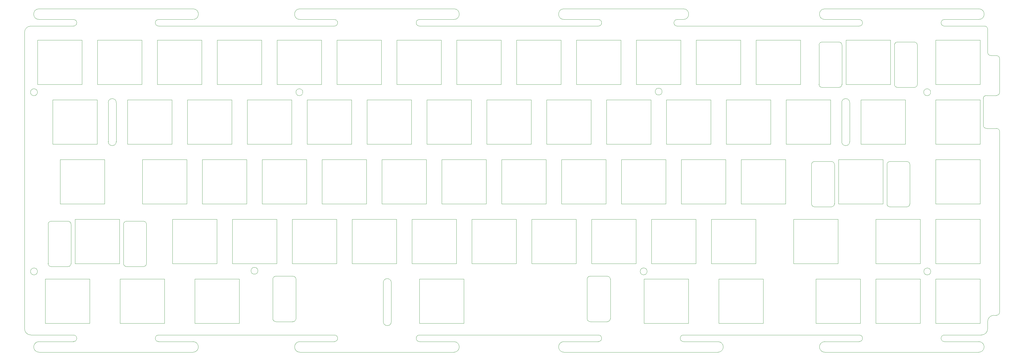
<source format=gbr>
%TF.GenerationSoftware,KiCad,Pcbnew,(5.1.10)-1*%
%TF.CreationDate,2021-06-23T23:02:47+07:00*%
%TF.ProjectId,Voice65 FR4 Plate,566f6963-6536-4352-9046-523420506c61,rev?*%
%TF.SameCoordinates,Original*%
%TF.FileFunction,Profile,NP*%
%FSLAX46Y46*%
G04 Gerber Fmt 4.6, Leading zero omitted, Abs format (unit mm)*
G04 Created by KiCad (PCBNEW (5.1.10)-1) date 2021-06-23 23:02:47*
%MOMM*%
%LPD*%
G01*
G04 APERTURE LIST*
%TA.AperFunction,Profile*%
%ADD10C,0.100000*%
%TD*%
G04 APERTURE END LIST*
D10*
X-36680838Y-85433219D02*
X-50820838Y-85433219D01*
X-36680838Y-71293219D02*
X-36680838Y-85433219D01*
X-50820838Y-71293219D02*
X-36680838Y-71293219D01*
X-50820838Y-85433219D02*
X-50820838Y-71293219D01*
X-12868338Y-85433219D02*
X-27008338Y-85433219D01*
X-12868338Y-71293219D02*
X-12868338Y-85433219D01*
X-27008338Y-71293219D02*
X-12868338Y-71293219D01*
X-27008338Y-85433219D02*
X-27008338Y-71293219D01*
X10944161Y-85433219D02*
X-3195838Y-85433219D01*
X10944161Y-71293219D02*
X10944161Y-85433219D01*
X-3195838Y-71293219D02*
X10944161Y-71293219D01*
X-3195838Y-85433219D02*
X-3195838Y-71293219D01*
X82381661Y-85433219D02*
X68241661Y-85433219D01*
X82381661Y-71293219D02*
X82381661Y-85433219D01*
X68241661Y-71293219D02*
X82381661Y-71293219D01*
X68241661Y-85433219D02*
X68241661Y-71293219D01*
X153819161Y-85433219D02*
X139679161Y-85433219D01*
X153819161Y-71293219D02*
X153819161Y-85433219D01*
X139679161Y-71293219D02*
X153819161Y-71293219D01*
X139679161Y-85433219D02*
X139679161Y-71293219D01*
X163491661Y-85433219D02*
X163491661Y-71293219D01*
X177631661Y-85433219D02*
X163491661Y-85433219D01*
X177631661Y-71293219D02*
X177631661Y-85433219D01*
X163491661Y-71293219D02*
X177631661Y-71293219D01*
X194447911Y-71293219D02*
X208587911Y-71293219D01*
X194447911Y-85433219D02*
X194447911Y-71293219D01*
X208587911Y-85433219D02*
X194447911Y-85433219D01*
X208587911Y-71293219D02*
X208587911Y-85433219D01*
X213497911Y-85433219D02*
X213497911Y-71293219D01*
X227637911Y-85433219D02*
X213497911Y-85433219D01*
X227637911Y-71293219D02*
X227637911Y-85433219D01*
X213497911Y-71293219D02*
X227637911Y-71293219D01*
X232547911Y-85433219D02*
X232547911Y-71293219D01*
X246687911Y-85433219D02*
X232547911Y-85433219D01*
X246687911Y-71293219D02*
X246687911Y-85433219D01*
X232547911Y-71293219D02*
X246687911Y-71293219D01*
X213497911Y-52243219D02*
X227637911Y-52243219D01*
X213497911Y-66383219D02*
X213497911Y-52243219D01*
X227637911Y-66383219D02*
X213497911Y-66383219D01*
X227637911Y-52243219D02*
X227637911Y-66383219D01*
X232547911Y-66383219D02*
X232547911Y-52243219D01*
X246687911Y-66383219D02*
X232547911Y-66383219D01*
X246687911Y-52243219D02*
X246687911Y-66383219D01*
X232547911Y-52243219D02*
X246687911Y-52243219D01*
X142060411Y-66383219D02*
X142060411Y-52243219D01*
X156200411Y-66383219D02*
X142060411Y-66383219D01*
X156200411Y-52243219D02*
X156200411Y-66383219D01*
X142060411Y-52243219D02*
X156200411Y-52243219D01*
X161110411Y-66383219D02*
X161110411Y-52243219D01*
X175250411Y-66383219D02*
X161110411Y-66383219D01*
X175250411Y-52243219D02*
X175250411Y-66383219D01*
X161110411Y-52243219D02*
X175250411Y-52243219D01*
X65860411Y-66383219D02*
X65860411Y-52243219D01*
X80000411Y-66383219D02*
X65860411Y-66383219D01*
X80000411Y-52243219D02*
X80000411Y-66383219D01*
X65860411Y-52243219D02*
X80000411Y-52243219D01*
X84910411Y-66383219D02*
X84910411Y-52243219D01*
X99050411Y-66383219D02*
X84910411Y-66383219D01*
X99050411Y-52243219D02*
X99050411Y-66383219D01*
X84910411Y-52243219D02*
X99050411Y-52243219D01*
X103960411Y-66383219D02*
X103960411Y-52243219D01*
X118100411Y-66383219D02*
X103960411Y-66383219D01*
X118100411Y-52243219D02*
X118100411Y-66383219D01*
X103960411Y-52243219D02*
X118100411Y-52243219D01*
X123010411Y-66383219D02*
X123010411Y-52243219D01*
X137150411Y-66383219D02*
X123010411Y-66383219D01*
X137150411Y-52243219D02*
X137150411Y-66383219D01*
X123010411Y-52243219D02*
X137150411Y-52243219D01*
X46810411Y-52243219D02*
X60950411Y-52243219D01*
X46810411Y-66383219D02*
X46810411Y-52243219D01*
X60950411Y-66383219D02*
X46810411Y-66383219D01*
X60950411Y-52243219D02*
X60950411Y-66383219D01*
X27760411Y-66383219D02*
X27760411Y-52243219D01*
X41900411Y-66383219D02*
X27760411Y-66383219D01*
X41900411Y-52243219D02*
X41900411Y-66383219D01*
X27760411Y-52243219D02*
X41900411Y-52243219D01*
X22850411Y-66383219D02*
X8710411Y-66383219D01*
X22850411Y-52243219D02*
X22850411Y-66383219D01*
X8710411Y-52243219D02*
X22850411Y-52243219D01*
X8710411Y-66383219D02*
X8710411Y-52243219D01*
X187304161Y-66383219D02*
X187304161Y-52243219D01*
X201444161Y-66383219D02*
X187304161Y-66383219D01*
X201444161Y-52243219D02*
X201444161Y-66383219D01*
X187304161Y-52243219D02*
X201444161Y-52243219D01*
X3800411Y-52243219D02*
X3800411Y-66383219D01*
X-10339588Y-52243219D02*
X3800411Y-52243219D01*
X-10339588Y-66383219D02*
X-10339588Y-52243219D01*
X3800411Y-66383219D02*
X-10339588Y-66383219D01*
X-27155838Y-52243219D02*
X-27155838Y-66383219D01*
X-41295838Y-52243219D02*
X-27155838Y-52243219D01*
X-41295838Y-66383219D02*
X-41295838Y-52243219D01*
X-27155838Y-66383219D02*
X-41295838Y-66383219D01*
X215731661Y-33193219D02*
X215731661Y-47333219D01*
X201591661Y-33193219D02*
X215731661Y-33193219D01*
X201591661Y-47333219D02*
X201591661Y-33193219D01*
X215731661Y-47333219D02*
X201591661Y-47333219D01*
X232547911Y-47333219D02*
X232547911Y-33193219D01*
X246687911Y-47333219D02*
X232547911Y-47333219D01*
X246687911Y-33193219D02*
X246687911Y-47333219D01*
X232547911Y-33193219D02*
X246687911Y-33193219D01*
X146675411Y-33193219D02*
X146675411Y-47333219D01*
X132535411Y-33193219D02*
X146675411Y-33193219D01*
X132535411Y-47333219D02*
X132535411Y-33193219D01*
X146675411Y-47333219D02*
X132535411Y-47333219D01*
X165725411Y-33193219D02*
X165725411Y-47333219D01*
X151585411Y-33193219D02*
X165725411Y-33193219D01*
X151585411Y-47333219D02*
X151585411Y-33193219D01*
X165725411Y-47333219D02*
X151585411Y-47333219D01*
X184775411Y-33193219D02*
X184775411Y-47333219D01*
X170635411Y-33193219D02*
X184775411Y-33193219D01*
X170635411Y-47333219D02*
X170635411Y-33193219D01*
X184775411Y-47333219D02*
X170635411Y-47333219D01*
X70475411Y-33193219D02*
X70475411Y-47333219D01*
X56335411Y-33193219D02*
X70475411Y-33193219D01*
X56335411Y-47333219D02*
X56335411Y-33193219D01*
X70475411Y-47333219D02*
X56335411Y-47333219D01*
X89525411Y-33193219D02*
X89525411Y-47333219D01*
X75385411Y-33193219D02*
X89525411Y-33193219D01*
X75385411Y-47333219D02*
X75385411Y-33193219D01*
X89525411Y-47333219D02*
X75385411Y-47333219D01*
X108575411Y-33193219D02*
X108575411Y-47333219D01*
X94435411Y-33193219D02*
X108575411Y-33193219D01*
X94435411Y-47333219D02*
X94435411Y-33193219D01*
X108575411Y-47333219D02*
X94435411Y-47333219D01*
X127625411Y-33193219D02*
X127625411Y-47333219D01*
X113485411Y-33193219D02*
X127625411Y-33193219D01*
X113485411Y-47333219D02*
X113485411Y-33193219D01*
X127625411Y-47333219D02*
X113485411Y-47333219D01*
X37285411Y-47333219D02*
X37285411Y-33193219D01*
X51425411Y-47333219D02*
X37285411Y-47333219D01*
X51425411Y-33193219D02*
X51425411Y-47333219D01*
X37285411Y-33193219D02*
X51425411Y-33193219D01*
X18235411Y-47333219D02*
X18235411Y-33193219D01*
X32375411Y-47333219D02*
X18235411Y-47333219D01*
X32375411Y-33193219D02*
X32375411Y-47333219D01*
X18235411Y-33193219D02*
X32375411Y-33193219D01*
X13325411Y-33193219D02*
X13325411Y-47333219D01*
X-814588Y-33193219D02*
X13325411Y-33193219D01*
X-814588Y-47333219D02*
X-814588Y-33193219D01*
X13325411Y-47333219D02*
X-814588Y-47333219D01*
X-5724588Y-33193219D02*
X-5724588Y-47333219D01*
X-19864588Y-33193219D02*
X-5724588Y-33193219D01*
X-19864588Y-47333219D02*
X-19864588Y-33193219D01*
X-5724588Y-47333219D02*
X-19864588Y-47333219D01*
X-31918338Y-33193219D02*
X-31918338Y-47333219D01*
X-46058338Y-33193219D02*
X-31918338Y-33193219D01*
X-46058338Y-47333219D02*
X-46058338Y-33193219D01*
X-31918338Y-47333219D02*
X-46058338Y-47333219D01*
X232547911Y-28283219D02*
X232547911Y-14143219D01*
X246687911Y-28283219D02*
X232547911Y-28283219D01*
X246687911Y-14143219D02*
X246687911Y-28283219D01*
X232547911Y-14143219D02*
X246687911Y-14143219D01*
X208735411Y-28283219D02*
X208735411Y-14143219D01*
X222875411Y-28283219D02*
X208735411Y-28283219D01*
X222875411Y-14143219D02*
X222875411Y-28283219D01*
X208735411Y-14143219D02*
X222875411Y-14143219D01*
X184922911Y-28283219D02*
X184922911Y-14143219D01*
X199062911Y-28283219D02*
X184922911Y-28283219D01*
X199062911Y-14143219D02*
X199062911Y-28283219D01*
X184922911Y-14143219D02*
X199062911Y-14143219D01*
X165872911Y-28283219D02*
X165872911Y-14143219D01*
X180012911Y-28283219D02*
X165872911Y-28283219D01*
X180012911Y-14143219D02*
X180012911Y-28283219D01*
X165872911Y-14143219D02*
X180012911Y-14143219D01*
X146822911Y-28283219D02*
X146822911Y-14143219D01*
X160962911Y-28283219D02*
X146822911Y-28283219D01*
X160962911Y-14143219D02*
X160962911Y-28283219D01*
X146822911Y-14143219D02*
X160962911Y-14143219D01*
X127772911Y-28283219D02*
X127772911Y-14143219D01*
X141912911Y-28283219D02*
X127772911Y-28283219D01*
X141912911Y-14143219D02*
X141912911Y-28283219D01*
X127772911Y-14143219D02*
X141912911Y-14143219D01*
X108722911Y-28283219D02*
X108722911Y-14143219D01*
X122862911Y-28283219D02*
X108722911Y-28283219D01*
X122862911Y-14143219D02*
X122862911Y-28283219D01*
X108722911Y-14143219D02*
X122862911Y-14143219D01*
X89672911Y-28283219D02*
X89672911Y-14143219D01*
X103812911Y-28283219D02*
X89672911Y-28283219D01*
X103812911Y-14143219D02*
X103812911Y-28283219D01*
X89672911Y-14143219D02*
X103812911Y-14143219D01*
X70622911Y-28283219D02*
X70622911Y-14143219D01*
X84762911Y-28283219D02*
X70622911Y-28283219D01*
X84762911Y-14143219D02*
X84762911Y-28283219D01*
X70622911Y-14143219D02*
X84762911Y-14143219D01*
X51572911Y-28283219D02*
X51572911Y-14143219D01*
X65712911Y-28283219D02*
X51572911Y-28283219D01*
X65712911Y-14143219D02*
X65712911Y-28283219D01*
X51572911Y-14143219D02*
X65712911Y-14143219D01*
X32522911Y-28283219D02*
X32522911Y-14143219D01*
X46662911Y-28283219D02*
X32522911Y-28283219D01*
X46662911Y-14143219D02*
X46662911Y-28283219D01*
X32522911Y-14143219D02*
X46662911Y-14143219D01*
X13472911Y-28283219D02*
X13472911Y-14143219D01*
X27612911Y-28283219D02*
X13472911Y-28283219D01*
X27612911Y-14143219D02*
X27612911Y-28283219D01*
X13472911Y-14143219D02*
X27612911Y-14143219D01*
X-5577088Y-28283219D02*
X-5577088Y-14143219D01*
X8562911Y-28283219D02*
X-5577088Y-28283219D01*
X8562911Y-14143219D02*
X8562911Y-28283219D01*
X-5577088Y-14143219D02*
X8562911Y-14143219D01*
X-24627088Y-28283219D02*
X-24627088Y-14143219D01*
X-10487088Y-28283219D02*
X-24627088Y-28283219D01*
X-10487088Y-14143219D02*
X-10487088Y-28283219D01*
X-24627088Y-14143219D02*
X-10487088Y-14143219D01*
X-34299588Y-14143219D02*
X-34299588Y-28283219D01*
X-48439588Y-14143219D02*
X-34299588Y-14143219D01*
X-48439588Y-28283219D02*
X-48439588Y-14143219D01*
X-34299588Y-28283219D02*
X-48439588Y-28283219D01*
X246687911Y-9233219D02*
X232547911Y-9233219D01*
X246687911Y4906780D02*
X246687911Y-9233219D01*
X232547911Y4906780D02*
X246687911Y4906780D01*
X232547911Y-9233219D02*
X232547911Y4906780D01*
X189537911Y-9233219D02*
X175397911Y-9233219D01*
X189537911Y4906780D02*
X189537911Y-9233219D01*
X175397911Y4906780D02*
X189537911Y4906780D01*
X175397911Y-9233219D02*
X175397911Y4906780D01*
X218112911Y4906780D02*
X218112911Y-9233219D01*
X203972911Y4906780D02*
X218112911Y4906780D01*
X203972911Y-9233219D02*
X203972911Y4906780D01*
X218112911Y-9233219D02*
X203972911Y-9233219D01*
X156347911Y-9233219D02*
X156347911Y4906780D01*
X170487911Y-9233219D02*
X156347911Y-9233219D01*
X170487911Y4906780D02*
X170487911Y-9233219D01*
X156347911Y4906780D02*
X170487911Y4906780D01*
X137297911Y-9233219D02*
X137297911Y4906780D01*
X151437911Y-9233219D02*
X137297911Y-9233219D01*
X151437911Y4906780D02*
X151437911Y-9233219D01*
X137297911Y4906780D02*
X151437911Y4906780D01*
X118247911Y-9233219D02*
X118247911Y4906780D01*
X132387911Y-9233219D02*
X118247911Y-9233219D01*
X132387911Y4906780D02*
X132387911Y-9233219D01*
X118247911Y4906780D02*
X132387911Y4906780D01*
X99197911Y-9233219D02*
X99197911Y4906780D01*
X113337911Y-9233219D02*
X99197911Y-9233219D01*
X113337911Y4906780D02*
X113337911Y-9233219D01*
X99197911Y4906780D02*
X113337911Y4906780D01*
X80147911Y-9233219D02*
X80147911Y4906780D01*
X94287911Y-9233219D02*
X80147911Y-9233219D01*
X94287911Y4906780D02*
X94287911Y-9233219D01*
X80147911Y4906780D02*
X94287911Y4906780D01*
X61097911Y-9233219D02*
X61097911Y4906780D01*
X75237911Y-9233219D02*
X61097911Y-9233219D01*
X75237911Y4906780D02*
X75237911Y-9233219D01*
X61097911Y4906780D02*
X75237911Y4906780D01*
X42047911Y-9233219D02*
X42047911Y4906780D01*
X56187911Y-9233219D02*
X42047911Y-9233219D01*
X56187911Y4906780D02*
X56187911Y-9233219D01*
X42047911Y4906780D02*
X56187911Y4906780D01*
X22997911Y-9233219D02*
X22997911Y4906780D01*
X37137911Y-9233219D02*
X22997911Y-9233219D01*
X37137911Y4906780D02*
X37137911Y-9233219D01*
X22997911Y4906780D02*
X37137911Y4906780D01*
X3947911Y-9233219D02*
X3947911Y4906780D01*
X18087911Y-9233219D02*
X3947911Y-9233219D01*
X18087911Y4906780D02*
X18087911Y-9233219D01*
X3947911Y4906780D02*
X18087911Y4906780D01*
X-15102088Y-9233219D02*
X-15102088Y4906780D01*
X-962088Y-9233219D02*
X-15102088Y-9233219D01*
X-962088Y4906780D02*
X-962088Y-9233219D01*
X-15102088Y4906780D02*
X-962088Y4906780D01*
X-34152088Y-9233219D02*
X-34152088Y4906780D01*
X-20012088Y-9233219D02*
X-34152088Y-9233219D01*
X-20012088Y4906780D02*
X-20012088Y-9233219D01*
X-34152088Y4906780D02*
X-20012088Y4906780D01*
X-39062088Y-9233219D02*
X-53202088Y-9233219D01*
X-39062088Y4906780D02*
X-39062088Y-9233219D01*
X-53202088Y4906780D02*
X-39062088Y4906780D01*
X-53202088Y-9233219D02*
X-53202088Y4906780D01*
X114240911Y14916780D02*
X152240911Y14916780D01*
X152240911Y14916780D02*
G75*
G02*
X152240911Y11516910I0J-1699935D01*
G01*
X150240911Y9416910D02*
G75*
G02*
X150240911Y11516910I51250J1050000D01*
G01*
X152240911Y11516910D02*
X150240911Y11516910D01*
X208240911Y-89122339D02*
G75*
G02*
X208240911Y-91222339I-51250J-1050000D01*
G01*
X246242374Y-91222846D02*
G75*
G02*
X246242372Y-94622712I2537J-1699933D01*
G01*
X249054911Y-84823219D02*
G75*
G02*
X251054911Y-82823219I2000000J0D01*
G01*
X230955411Y-68853219D02*
G75*
G03*
X230955411Y-68853219I-1100000J0D01*
G01*
X249054911Y-87123219D02*
G75*
G02*
X247054911Y-89123219I-2000000J0D01*
G01*
X114243449Y-91222339D02*
X125240911Y-91222339D01*
X125240911Y11516910D02*
G75*
G02*
X125240911Y9416910I-51250J-1050000D01*
G01*
X114240911Y11516910D02*
G75*
G02*
X114240911Y14916780I0J1699935D01*
G01*
X152240911Y-91222339D02*
X163238372Y-91222339D01*
X114240911Y-94623219D02*
X163240911Y-94623219D01*
X145472911Y-11483219D02*
G75*
G03*
X145472911Y-11483219I-1100000J0D01*
G01*
X125240911Y11516910D02*
X114240911Y11516910D01*
X152240911Y-91222339D02*
G75*
G02*
X152240911Y-89122339I51250J1050000D01*
G01*
X163238374Y-91222846D02*
G75*
G02*
X163238372Y-94622712I2537J-1699933D01*
G01*
X125240911Y-89122339D02*
G75*
G02*
X125240911Y-91222339I-51250J-1050000D01*
G01*
X-52759088Y-94623219D02*
X-3759088Y-94623219D01*
X114243449Y-94622712D02*
G75*
G02*
X114243449Y-91222846I-2538J1699933D01*
G01*
X-52756550Y-91222339D02*
X-41759088Y-91222339D01*
X-53264588Y-68853219D02*
G75*
G03*
X-53264588Y-68853219I-1100000J0D01*
G01*
X-52756550Y-94622712D02*
G75*
G02*
X-52756550Y-91222846I-2538J1699933D01*
G01*
X-14759088Y-89122339D02*
X41240911Y-89122339D01*
X-57369088Y7416910D02*
X-57369088Y-87122339D01*
X-55369088Y-89122339D02*
G75*
G02*
X-57369088Y-87122339I0J2000000D01*
G01*
X-55369088Y-89122339D02*
X-41759088Y-89122339D01*
X-43575838Y-52813219D02*
G75*
G02*
X-42575838Y-53813219I0J-1000000D01*
G01*
X-48875838Y-52813219D02*
X-43575838Y-52813219D01*
X-49875838Y-53813219D02*
G75*
G02*
X-48875838Y-52813219I1000000J0D01*
G01*
X-49875838Y-66313219D02*
X-49875838Y-53813219D01*
X-48875838Y-67313219D02*
G75*
G02*
X-49875838Y-66313219I0J1000000D01*
G01*
X-43575838Y-67313219D02*
X-48875838Y-67313219D01*
X-42575838Y-66313219D02*
G75*
G02*
X-43575838Y-67313219I-1000000J0D01*
G01*
X-42575838Y-53813219D02*
X-42575838Y-66313219D01*
X-24875838Y-67313219D02*
G75*
G02*
X-25875838Y-66313219I0J1000000D01*
G01*
X-19575838Y-67313219D02*
X-24875838Y-67313219D01*
X-18575838Y-66313219D02*
G75*
G02*
X-19575838Y-67313219I-1000000J0D01*
G01*
X-18575838Y-53813219D02*
X-18575838Y-66313219D01*
X-19575838Y-52813219D02*
G75*
G02*
X-18575838Y-53813219I0J-1000000D01*
G01*
X-24875838Y-52813219D02*
X-19575838Y-52813219D01*
X-25875838Y-53813219D02*
G75*
G02*
X-24875838Y-52813219I1000000J0D01*
G01*
X-25875838Y-66313219D02*
X-25875838Y-53813219D01*
X140705411Y-68833219D02*
G75*
G03*
X140705411Y-68833219I-1100000J0D01*
G01*
X-41759088Y-89122339D02*
G75*
G02*
X-41759088Y-91222339I-51250J-1050000D01*
G01*
X41240911Y9416910D02*
X-14759088Y9416910D01*
X129011661Y-71363219D02*
X129011661Y-83863219D01*
X128011661Y-70363219D02*
G75*
G02*
X129011661Y-71363219I0J-1000000D01*
G01*
X122611661Y-70363219D02*
X128011661Y-70363219D01*
X121611661Y-71363219D02*
G75*
G02*
X122611661Y-70363219I1000000J0D01*
G01*
X121611661Y-83863219D02*
X121611661Y-71363219D01*
X122611661Y-84863219D02*
G75*
G02*
X121611661Y-83863219I0J1000000D01*
G01*
X128011661Y-84863219D02*
X122611661Y-84863219D01*
X129011661Y-83863219D02*
G75*
G02*
X128011661Y-84863219I-1000000J0D01*
G01*
X30240911Y11516910D02*
G75*
G02*
X30240911Y14916780I0J1699935D01*
G01*
X30240911Y-94623219D02*
X79240911Y-94623219D01*
X68240911Y-91222339D02*
X79240380Y-91222339D01*
X79240381Y-91222844D02*
G75*
G02*
X79239375Y-94622713I530J-1699935D01*
G01*
X30243449Y-91222339D02*
X41240911Y-91222339D01*
X68240911Y-91222339D02*
G75*
G02*
X68240911Y-89122339I51250J1050000D01*
G01*
X68240911Y-89122339D02*
X125240911Y-89122339D01*
X31172911Y-11683219D02*
G75*
G03*
X31172911Y-11683219I-1100000J0D01*
G01*
X41240911Y11516910D02*
G75*
G02*
X41240911Y9416910I-51250J-1050000D01*
G01*
X59323911Y-72413254D02*
X59323911Y-84863254D01*
X56773911Y-72413254D02*
G75*
G02*
X59323911Y-72413254I1275000J0D01*
G01*
X56773911Y-84863254D02*
X56773911Y-72413254D01*
X59323911Y-84863254D02*
G75*
G02*
X56773911Y-84863254I-1275000J0D01*
G01*
X30243449Y-94622712D02*
G75*
G02*
X30243449Y-91222846I-2538J1699933D01*
G01*
X41240911Y-89122339D02*
G75*
G02*
X41240911Y-91222339I-51250J-1050000D01*
G01*
X125240911Y9416910D02*
X68240911Y9416910D01*
X-3759088Y11516910D02*
X-14759088Y11516910D01*
X-14759088Y9416910D02*
G75*
G02*
X-14759088Y11516910I51250J1050000D01*
G01*
X-3759088Y14916780D02*
G75*
G02*
X-3759088Y11516910I0J-1699935D01*
G01*
X30240911Y14916780D02*
X79240911Y14916780D01*
X41240911Y11516910D02*
X30240911Y11516910D01*
X79240911Y14916780D02*
G75*
G02*
X79240911Y11516910I0J-1699935D01*
G01*
X68240911Y9416910D02*
G75*
G02*
X68240911Y11516910I51250J1050000D01*
G01*
X79240911Y11516910D02*
X68240911Y11516910D01*
X-3761625Y-91222846D02*
G75*
G02*
X-3761627Y-94622712I2537J-1699933D01*
G01*
X-14759088Y-91222339D02*
X-3761627Y-91222339D01*
X16875411Y-68633219D02*
G75*
G03*
X16875411Y-68633219I-1100000J0D01*
G01*
X-52759088Y14916780D02*
X-3759088Y14916780D01*
X-41759088Y9416910D02*
X-55369088Y9416910D01*
X29011661Y-83863219D02*
G75*
G02*
X28011661Y-84863219I-1000000J0D01*
G01*
X29011661Y-71363219D02*
X29011661Y-83863219D01*
X28011661Y-70363219D02*
G75*
G02*
X29011661Y-71363219I0J-1000000D01*
G01*
X22611661Y-70363219D02*
X28011661Y-70363219D01*
X21611661Y-71363219D02*
G75*
G02*
X22611661Y-70363219I1000000J0D01*
G01*
X21611661Y-83863219D02*
X21611661Y-71363219D01*
X22611661Y-84863219D02*
G75*
G02*
X21611661Y-83863219I0J1000000D01*
G01*
X28011661Y-84863219D02*
X22611661Y-84863219D01*
X-14759088Y-91222339D02*
G75*
G02*
X-14759088Y-89122339I51250J1050000D01*
G01*
X-41759088Y11516910D02*
X-52759088Y11516910D01*
X-53267088Y-11683219D02*
G75*
G03*
X-53267088Y-11683219I-1100000J0D01*
G01*
X-41759088Y11516910D02*
G75*
G02*
X-41759088Y9416910I-51250J-1050000D01*
G01*
X-57369088Y7416910D02*
G75*
G02*
X-55369088Y9416910I2000000J0D01*
G01*
X-52759088Y11516910D02*
G75*
G02*
X-52759088Y14916780I0J1699935D01*
G01*
X-30739588Y-14993219D02*
G75*
G02*
X-28189588Y-14993219I1275000J0D01*
G01*
X-30739588Y-27443219D02*
X-30739588Y-14993219D01*
X-28189588Y-27443219D02*
G75*
G02*
X-30739588Y-27443219I-1275000J0D01*
G01*
X-28189588Y-14993219D02*
X-28189588Y-27443219D01*
X252854911Y-11713219D02*
X252854911Y-983219D01*
X235244911Y9416910D02*
G75*
G02*
X235244911Y11516910I51250J1050000D01*
G01*
X252854911Y-11713219D02*
G75*
G02*
X251854911Y-12713219I-1000000J0D01*
G01*
X247654911Y-13713219D02*
X247654911Y-22213219D01*
X251854911Y16780D02*
X250054911Y16780D01*
X251854911Y16781D02*
G75*
G02*
X252854911Y-983219I0J-1000000D01*
G01*
X248654911Y-23213219D02*
G75*
G02*
X247654911Y-22213219I0J1000000D01*
G01*
X248054911Y9416910D02*
G75*
G02*
X249054911Y8416910I0J-1000000D01*
G01*
X251854911Y-12713219D02*
X248654911Y-12713219D01*
X246244911Y11516910D02*
X235244911Y11516910D01*
X247654911Y-13713219D02*
G75*
G02*
X248654911Y-12713219I1000000J0D01*
G01*
X193011661Y-34763219D02*
G75*
G02*
X194011661Y-33763219I1000000J0D01*
G01*
X193011661Y-47263219D02*
X193011661Y-34763219D01*
X194011661Y-48263219D02*
G75*
G02*
X193011661Y-47263219I0J1000000D01*
G01*
X199311661Y-48263219D02*
X194011661Y-48263219D01*
X200311661Y-47263219D02*
G75*
G02*
X199311661Y-48263219I-1000000J0D01*
G01*
X200311661Y-34763219D02*
X200311661Y-47263219D01*
X199311661Y-33763219D02*
G75*
G02*
X200311661Y-34763219I0J-1000000D01*
G01*
X194011661Y-33763219D02*
X199311661Y-33763219D01*
X230902911Y-11683219D02*
G75*
G03*
X230902911Y-11683219I-1100000J0D01*
G01*
X250054911Y16780D02*
G75*
G02*
X249054911Y1016780I0J1000000D01*
G01*
X251854911Y-23213219D02*
G75*
G02*
X252854911Y-24213219I0J-1000000D01*
G01*
X208240911Y11516910D02*
X197240911Y11516910D01*
X246244911Y14916780D02*
G75*
G02*
X246244911Y11516910I0J-1699935D01*
G01*
X217011661Y-34763219D02*
G75*
G02*
X218011661Y-33763219I1000000J0D01*
G01*
X217011661Y-47263219D02*
X217011661Y-34763219D01*
X218011661Y-48263219D02*
G75*
G02*
X217011661Y-47263219I0J1000000D01*
G01*
X223311661Y-48263219D02*
X218011661Y-48263219D01*
X224311661Y-47263219D02*
G75*
G02*
X223311661Y-48263219I-1000000J0D01*
G01*
X224311661Y-34763219D02*
X224311661Y-47263219D01*
X223311661Y-33763219D02*
G75*
G02*
X224311661Y-34763219I0J-1000000D01*
G01*
X218011661Y-33763219D02*
X223311661Y-33763219D01*
X197243449Y-94622712D02*
G75*
G02*
X197243449Y-91222846I-2538J1699933D01*
G01*
X208240911Y11516910D02*
G75*
G02*
X208240911Y9416910I-51250J-1050000D01*
G01*
X251054911Y-82823219D02*
X251854911Y-82823219D01*
X235244911Y-91222339D02*
G75*
G02*
X235244911Y-89122339I51250J1050000D01*
G01*
X197240911Y11516910D02*
G75*
G02*
X197240911Y14916780I0J1699935D01*
G01*
X202624161Y-27443219D02*
X202624161Y-14993219D01*
X205174161Y-27443219D02*
G75*
G02*
X202624161Y-27443219I-1275000J0D01*
G01*
X205174161Y-14993219D02*
X205174161Y-27443219D01*
X202624161Y-14993219D02*
G75*
G02*
X205174161Y-14993219I1275000J0D01*
G01*
X197240911Y-94623219D02*
X246244911Y-94623219D01*
X249054911Y-87123219D02*
X249054911Y-84823219D01*
X252854911Y-81823219D02*
G75*
G02*
X251854911Y-82823219I-1000000J0D01*
G01*
X201692911Y4336780D02*
G75*
G02*
X202692911Y3336780I0J-1000000D01*
G01*
X196392911Y4336780D02*
X201692911Y4336780D01*
X195392911Y3336780D02*
G75*
G02*
X196392911Y4336780I1000000J0D01*
G01*
X195392911Y-9163219D02*
X195392911Y3336780D01*
X196392911Y-10163219D02*
G75*
G02*
X195392911Y-9163219I0J1000000D01*
G01*
X201692911Y-10163219D02*
X196392911Y-10163219D01*
X202692911Y-9163219D02*
G75*
G02*
X201692911Y-10163219I-1000000J0D01*
G01*
X202692911Y3336780D02*
X202692911Y-9163219D01*
X235244911Y-91222339D02*
X246242372Y-91222339D01*
X197243449Y-91222339D02*
X208240911Y-91222339D01*
X235244911Y-89122339D02*
X247054911Y-89123219D01*
X208240911Y9416910D02*
X150240911Y9416910D01*
X152240911Y-89122339D02*
X208240911Y-89122339D01*
X251854911Y-23213219D02*
X248654911Y-23213219D01*
X197240911Y14916780D02*
X246244911Y14916780D01*
X249054911Y8416910D02*
X249054911Y1016780D01*
X252854911Y-81823219D02*
X252854911Y-24213219D01*
X248054911Y9416910D02*
X235244911Y9416910D01*
X226692911Y-9163219D02*
G75*
G02*
X225692911Y-10163219I-1000000J0D01*
G01*
X226692911Y3336780D02*
X226692911Y-9163219D01*
X225692911Y4336780D02*
G75*
G02*
X226692911Y3336780I0J-1000000D01*
G01*
X220392911Y4336780D02*
X225692911Y4336780D01*
X219392911Y3336780D02*
G75*
G02*
X220392911Y4336780I1000000J0D01*
G01*
X219392911Y-9163219D02*
X219392911Y3336780D01*
X220392911Y-10163219D02*
G75*
G02*
X219392911Y-9163219I0J1000000D01*
G01*
X225692911Y-10163219D02*
X220392911Y-10163219D01*
M02*

</source>
